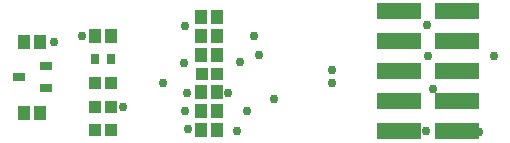
<source format=gbs>
G04*
G04 #@! TF.GenerationSoftware,Altium Limited,Altium Designer,20.2.6 (244)*
G04*
G04 Layer_Color=16711935*
%FSLAX25Y25*%
%MOIN*%
G70*
G04*
G04 #@! TF.SameCoordinates,F9A225CC-2508-4984-BBC7-CB0CC3AB3280*
G04*
G04*
G04 #@! TF.FilePolarity,Negative*
G04*
G01*
G75*
%ADD16C,0.02953*%
%ADD27R,0.15079X0.05591*%
%ADD28R,0.04134X0.04528*%
%ADD29R,0.03937X0.04331*%
%ADD30R,0.04331X0.03150*%
%ADD31R,0.02953X0.03347*%
D16*
X442480Y316417D02*
D03*
X361929Y316220D02*
D03*
X318268Y311063D02*
D03*
X327638Y312953D02*
D03*
X442362Y281181D02*
D03*
X411096Y301541D02*
D03*
X464961Y306142D02*
D03*
X459961Y281063D02*
D03*
X444724Y295354D02*
D03*
X442837Y306134D02*
D03*
X361642Y303746D02*
D03*
X354533Y297291D02*
D03*
X391693Y291850D02*
D03*
X341260Y289331D02*
D03*
X380315Y304331D02*
D03*
X362953Y281811D02*
D03*
X410984Y297402D02*
D03*
X411096Y301738D02*
D03*
X362520Y293779D02*
D03*
X379291Y281339D02*
D03*
X386575Y306653D02*
D03*
X384921Y313071D02*
D03*
X376339Y294016D02*
D03*
X362047Y287913D02*
D03*
X382598Y287835D02*
D03*
D27*
X433169Y291181D02*
D03*
Y301181D02*
D03*
Y311181D02*
D03*
Y321181D02*
D03*
Y281181D02*
D03*
X452658D02*
D03*
Y291181D02*
D03*
Y301181D02*
D03*
Y311181D02*
D03*
Y321181D02*
D03*
D28*
X367421Y319291D02*
D03*
X372736D02*
D03*
Y312992D02*
D03*
X367421D02*
D03*
Y294094D02*
D03*
X372736D02*
D03*
X367421Y306693D02*
D03*
X372736D02*
D03*
X367421Y287795D02*
D03*
X372736D02*
D03*
Y281496D02*
D03*
X367421D02*
D03*
X313681Y287402D02*
D03*
X308366D02*
D03*
Y311024D02*
D03*
X313681D02*
D03*
X331988Y312992D02*
D03*
X337303D02*
D03*
D29*
X372638Y300394D02*
D03*
X367520D02*
D03*
X332087Y281496D02*
D03*
X337205D02*
D03*
X332087Y289370D02*
D03*
X337205D02*
D03*
X337205Y297244D02*
D03*
X332087D02*
D03*
D30*
X306496Y299213D02*
D03*
X315551Y295472D02*
D03*
Y302953D02*
D03*
D31*
X331850Y305118D02*
D03*
X337441D02*
D03*
M02*

</source>
